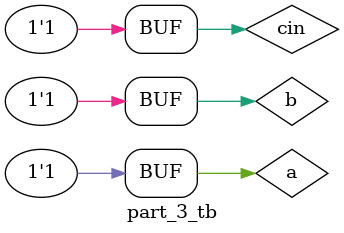
<source format=v>
`include "behavioral.v"
module part_3_tb();
wire diff,borrow;
reg a,b,cin;
part_3 Instance0(a,b,cin,diff,borrow);
initial begin
a=0;b=0;cin=0;
 #1 cin=1;
 #1 b=1;cin=0;
 #1 cin=1;
 #1 a=1;b=0;cin=0;
 #1 cin=1;
 #1 b=1;cin=0;
 #1 cin=1;
end
initial begin
$monitor("%t, a=%d | b=%d | cin=%d | diff=%d | borrow=%d", $time, a,b,cin,borrow,diff);
$dumpfile("dump.vcd");
$dumpvars();
end
endmodule


</source>
